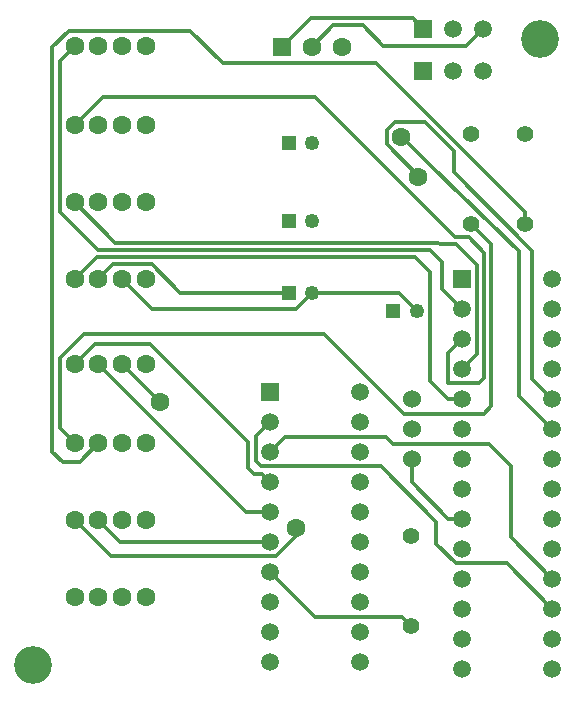
<source format=gbl>
G04 CAMtasticDXP RS274-X Output*
G04 Serial Number: 0000-00-00000*
G04 File Name:C:\UA\SALbot\Gerber files\Gerbtool\Garra2\garra_pcb2.gbl *
%FSLAX23Y23*%
%MOMM*%
%SFA1B1*%

%IPPOS*%
%ADD11C,0.299999*%
%ADD12C,1.399997*%
%ADD13C,1.523997*%
%ADD14C,1.599997*%
%ADD15R,1.599997X1.599997*%
%ADD16C,1.599997*%
%ADD17C,1.499997*%
%ADD18R,1.499997X1.499997*%
%ADD19C,1.249998*%
%ADD20R,1.249998X1.249998*%
%ADD21C,1.499997*%
%ADD22R,1.499997X1.499997*%
%ADD23C,3.199994*%
G54D11*
X25837Y33706D02*
X27184Y35053D01*
X13589Y33706D02*
X25837D01*
X11067Y36229D02*
X13589Y33706D01*
X9067Y15805D02*
X10901Y13971D01*
X23623*
X27175Y55881D02*
X28978Y57684D01*
X31471*
X33173Y55982*
X40234*
X41657Y57405*
X34529Y35053D02*
X36053Y33529D01*
X27184Y35053D02*
X34529D01*
X38705Y15931D02*
X39879D01*
X35585Y19051D02*
X38705Y15931D01*
X35585Y19051D02*
Y20957D01*
X7067Y42729D02*
X10504Y39291D01*
X37807*
X37956Y39142*
X39371*
X41098Y37415*
Y29850D02*
Y37415D01*
X39879Y28631D02*
X41098Y29850D01*
X11067Y29005D02*
X14290Y25782D01*
X38679Y29971D02*
X39879Y31171D01*
X38679Y27433D02*
Y29971D01*
Y27433D02*
X38704Y27407D01*
X41276*
X41707Y27839*
Y38456*
X40419Y39745D02*
X41707Y38456D01*
X9451Y51613D02*
X27403D01*
X7067Y49229D02*
X9451Y51613D01*
X5792Y54654D02*
X7067Y55929D01*
X5792Y41911D02*
Y54654D01*
Y41911D02*
X9011Y38691D01*
X37129*
X38202Y37618*
Y35387D02*
Y37618D01*
Y35387D02*
X39879Y33711D01*
X44013Y14336D02*
X47499Y10851D01*
X44013Y14336D02*
Y20377D01*
X42114Y22276D02*
X44013Y20377D01*
X33986Y22276D02*
X42114D01*
X33402Y22861D02*
X33986Y22276D01*
X24893Y22861D02*
X33402D01*
X23623Y21591D02*
X24893Y22861D01*
X7489Y20727D02*
X9067Y22305D01*
X6046Y20727D02*
X7489D01*
X5182Y21591D02*
X6046Y20727D01*
X5182Y21591D02*
Y55881D01*
X6554Y57252*
X16866*
X19609Y54509*
X32582*
X45213Y41878*
Y40895D02*
Y41878D01*
X16014Y35053D02*
X25184D01*
X13576Y37491D02*
X16014Y35053D01*
X10329Y37491D02*
X13576D01*
X9067Y36229D02*
X10329Y37491D01*
X23623Y11431D02*
X27433Y7621D01*
X34799*
X35561Y6859*
X35688Y58294D02*
X36577Y57405D01*
X27048Y58294D02*
X35688D01*
X24635Y55881D02*
X27048Y58294D01*
X44705Y26345D02*
X47499Y23551D01*
X44705Y26345D02*
Y38609D01*
X37333Y45726D02*
X44705Y38609D01*
X39167Y45263D02*
Y47067D01*
Y45263D02*
X45822Y38609D01*
Y27767D02*
Y38609D01*
Y27767D02*
X47499Y26091D01*
X5792Y23579D02*
X7067Y22305D01*
X5792Y23579D02*
Y29541D01*
X7824Y31573*
X28169*
X34926Y24816*
X41682*
X42317Y25451*
Y39218*
X40641Y40895D02*
X42317Y39218D01*
X22944Y19729D02*
X23623Y19051D01*
X22226Y19729D02*
X22944D01*
X21761Y20194D02*
X22226Y19729D01*
X21761Y20194D02*
Y22411D01*
X13437Y30735D02*
X21761Y22411D01*
X8797Y30735D02*
X13437D01*
X7067Y29005D02*
X8797Y30735D01*
X21561Y16511D02*
X23623D01*
X9067Y29005D02*
X21561Y16511D01*
X38633Y26091D02*
X39879D01*
X37135Y27588D02*
X38633Y26091D01*
X37135Y27588D02*
Y36831D01*
X35875Y38091D02*
X37135Y36831D01*
X8929Y38091D02*
X35875D01*
X7067Y36229D02*
X8929Y38091D01*
X22403Y22911D02*
X23623Y24131D01*
X22403Y20829D02*
Y22911D01*
Y20829D02*
X22861Y20371D01*
X32970*
X37694Y15647*
Y13818D02*
Y15647D01*
Y13818D02*
X39371Y12142D01*
X43667*
X47499Y8311*
X34726Y48276D02*
X34784D01*
X33476Y48793D02*
X34208Y49526D01*
X34784Y48276D02*
X37333Y45726D01*
X33476Y47653D02*
Y48793D01*
X34208Y49526D02*
X36709D01*
X39167Y47067*
X39272Y39745D02*
X40419D01*
X27403Y51613D02*
X39272Y39745D01*
X33476Y47653D02*
X36151Y44978D01*
Y44876D02*
Y44978D01*
X7067Y15805D02*
X10120Y12751D01*
X24131*
X25801Y14421*
Y15126*
X25826Y15151*
G54D12*
X35561Y6859D03*
Y14479D03*
X40641Y40895D03*
Y48515D03*
X45213Y40895D03*
Y48515D03*
G54D13*
X35585Y20957D03*
Y23497D03*
Y26037D03*
G54D14*
X7067Y55929D03*
X9067D03*
X11067D03*
X13067D03*
X7067Y49229D03*
X9067D03*
X11067D03*
X13067D03*
X7067Y42729D03*
X9067D03*
X11067D03*
X13067D03*
X7067Y36229D03*
X9067D03*
X11067D03*
X13067D03*
X7067Y29005D03*
X9067D03*
X11067D03*
X13067D03*
X7067Y22305D03*
X9067D03*
X11067D03*
X13067D03*
X7067Y15805D03*
X9067D03*
X11067D03*
X13067D03*
X7067Y9305D03*
X9067D03*
X11067D03*
X13067D03*
X14290Y25782D03*
X34726Y48276D03*
X36151Y44876D03*
X25826Y15151D03*
G54D15*
X24635Y55881D03*
G54D16*
X27175Y55881D03*
X29715D03*
G54D17*
X41657Y57405D03*
X39117D03*
X41657Y53849D03*
X39117D03*
X47499Y3231D03*
Y5771D03*
Y8311D03*
Y10851D03*
Y13391D03*
Y15931D03*
Y18471D03*
Y21011D03*
Y23551D03*
Y26091D03*
Y28631D03*
Y31171D03*
Y33711D03*
Y36251D03*
X39879Y3231D03*
Y5771D03*
Y8311D03*
Y10851D03*
Y13391D03*
Y15931D03*
Y18471D03*
Y21011D03*
Y23551D03*
Y26091D03*
Y28631D03*
Y31171D03*
Y33711D03*
G54D18*
X36577Y57405D03*
Y53849D03*
X39879Y36251D03*
G54D19*
X27184Y47753D03*
Y41149D03*
Y35053D03*
X36053Y33529D03*
G54D20*
X25184Y47753D03*
Y41149D03*
Y35053D03*
X34053Y33529D03*
G54D21*
X31243Y3811D03*
Y6351D03*
Y8891D03*
Y11431D03*
Y13971D03*
Y16511D03*
Y19051D03*
Y21591D03*
Y24131D03*
Y26671D03*
X23623Y3811D03*
Y6351D03*
Y8891D03*
Y11431D03*
Y13971D03*
Y16511D03*
Y19051D03*
Y21591D03*
Y24131D03*
G54D22*
X23623Y26671D03*
G54D23*
X3501Y3501D03*
X46501Y56501D03*
M02*
</source>
